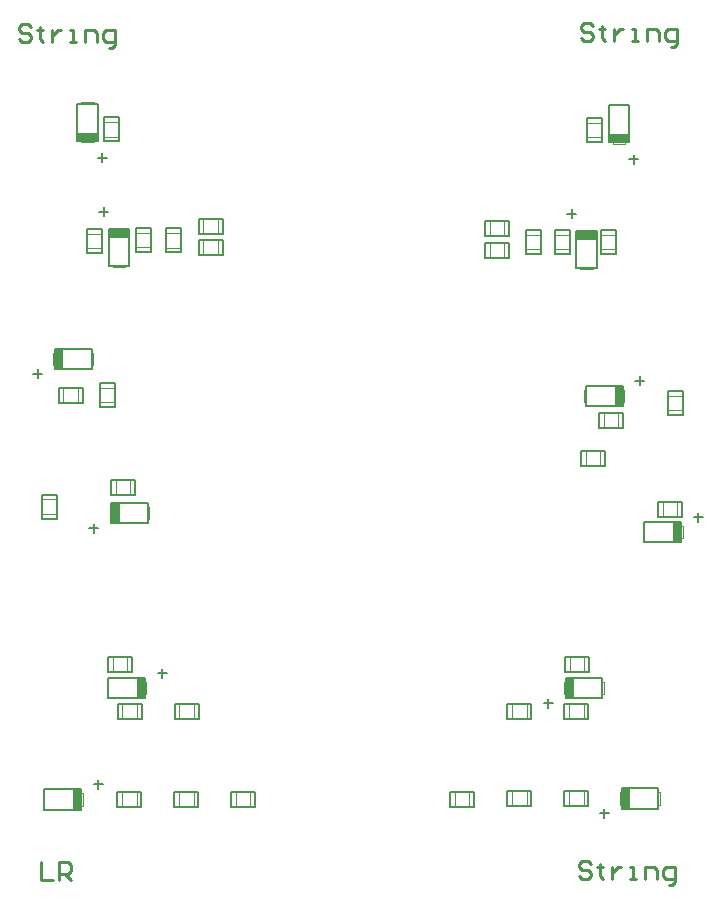
<source format=gbr>
G04 Layer_Color=32768*
%FSLAX26Y26*%
%MOIN*%
%TF.FileFunction,Mechanical*%
%TF.Part,Single*%
G01*
G75*
%TA.AperFunction,NonConductor*%
%ADD59C,0.010000*%
%ADD63C,0.006000*%
%ADD69C,0.002000*%
%ADD70C,0.004000*%
%ADD71C,0.007000*%
%ADD72R,0.068000X0.025000*%
%ADD73R,0.025000X0.068000*%
D59*
X179000Y-72019D02*
Y-132000D01*
X218987D01*
X238981D02*
Y-72019D01*
X268971D01*
X278968Y-82016D01*
Y-102010D01*
X268971Y-112007D01*
X238981D01*
X258974D02*
X278968Y-132000D01*
X2013987Y-78016D02*
X2003990Y-68019D01*
X1983997D01*
X1974000Y-78016D01*
Y-88013D01*
X1983997Y-98010D01*
X2003990D01*
X2013987Y-108007D01*
Y-118003D01*
X2003990Y-128000D01*
X1983997D01*
X1974000Y-118003D01*
X2043977Y-78016D02*
Y-88013D01*
X2033981D01*
X2053974D01*
X2043977D01*
Y-118003D01*
X2053974Y-128000D01*
X2083964Y-88013D02*
Y-128000D01*
Y-108007D01*
X2093961Y-98010D01*
X2103958Y-88013D01*
X2113955D01*
X2143945Y-128000D02*
X2163939D01*
X2153942D01*
Y-88013D01*
X2143945D01*
X2193929Y-128000D02*
Y-88013D01*
X2223919D01*
X2233916Y-98010D01*
Y-128000D01*
X2273903Y-147994D02*
X2283900D01*
X2293896Y-137997D01*
Y-88013D01*
X2263906D01*
X2253909Y-98010D01*
Y-118003D01*
X2263906Y-128000D01*
X2293896D01*
X2019987Y2714984D02*
X2009990Y2724981D01*
X1989997D01*
X1980000Y2714984D01*
Y2704987D01*
X1989997Y2694990D01*
X2009990D01*
X2019987Y2684994D01*
Y2674997D01*
X2009990Y2665000D01*
X1989997D01*
X1980000Y2674997D01*
X2049977Y2714984D02*
Y2704987D01*
X2039981D01*
X2059974D01*
X2049977D01*
Y2674997D01*
X2059974Y2665000D01*
X2089964Y2704987D02*
Y2665000D01*
Y2684994D01*
X2099961Y2694990D01*
X2109958Y2704987D01*
X2119955D01*
X2149945Y2665000D02*
X2169939D01*
X2159942D01*
Y2704987D01*
X2149945D01*
X2199929Y2665000D02*
Y2704987D01*
X2229919D01*
X2239916Y2694990D01*
Y2665000D01*
X2279903Y2645006D02*
X2289900D01*
X2299896Y2655003D01*
Y2704987D01*
X2269906D01*
X2259909Y2694990D01*
Y2674997D01*
X2269906Y2665000D01*
X2299896D01*
X145987Y2711984D02*
X135990Y2721981D01*
X115997D01*
X106000Y2711984D01*
Y2701987D01*
X115997Y2691990D01*
X135990D01*
X145987Y2681994D01*
Y2671997D01*
X135990Y2662000D01*
X115997D01*
X106000Y2671997D01*
X175977Y2711984D02*
Y2701987D01*
X165981D01*
X185974D01*
X175977D01*
Y2671997D01*
X185974Y2662000D01*
X215964Y2701987D02*
Y2662000D01*
Y2681994D01*
X225961Y2691990D01*
X235958Y2701987D01*
X245955D01*
X275945Y2662000D02*
X295938D01*
X285942D01*
Y2701987D01*
X275945D01*
X325929Y2662000D02*
Y2701987D01*
X355919D01*
X365916Y2691990D01*
Y2662000D01*
X405903Y2642006D02*
X415900D01*
X425897Y2652003D01*
Y2701987D01*
X395906D01*
X385909Y2691990D01*
Y2671997D01*
X395906Y2662000D01*
X425897D01*
D63*
X1661000Y2014999D02*
Y2064999D01*
X1741000Y2014999D02*
Y2064999D01*
X1661000D02*
X1741000D01*
X1661000Y2014999D02*
X1741000D01*
X1661001Y1993000D02*
X1741001D01*
X1661001Y1943000D02*
X1741001D01*
X1661001D02*
Y1993000D01*
X1741001Y1943000D02*
Y1993000D01*
X1895000Y1954999D02*
X1945000D01*
X1895000Y2034999D02*
X1945000D01*
X1895000Y1954999D02*
Y2034999D01*
X1945000Y1954999D02*
Y2034999D01*
X2033001Y1909000D02*
Y2031000D01*
X1965001Y1909000D02*
Y2031000D01*
X2033001D01*
X1965001Y1909000D02*
X2033001D01*
X2098017Y1954000D02*
Y2034000D01*
X2048017Y1954000D02*
Y2034000D01*
X2098017D01*
X2048017Y1954000D02*
X2098017D01*
X2000000Y2407999D02*
X2050000D01*
X2000000Y2327999D02*
X2050000D01*
Y2407999D01*
X2000000Y2327999D02*
Y2407999D01*
X2073001Y2328000D02*
Y2450000D01*
X2141001Y2328000D02*
Y2450000D01*
X2073001Y2328000D02*
X2141001D01*
X2073001Y2450000D02*
X2141001D01*
X377000Y1444000D02*
X427000D01*
X377000Y1524000D02*
X427000D01*
X377000Y1444000D02*
Y1524000D01*
X427000Y1444000D02*
Y1524000D01*
X184378Y1153000D02*
X234378D01*
X184378Y1073000D02*
X234378D01*
Y1153000D01*
X184378Y1073000D02*
Y1153000D01*
X2272000Y1419000D02*
X2322000D01*
X2272000Y1499000D02*
X2322000D01*
X2272000Y1419000D02*
Y1499000D01*
X2322000Y1419000D02*
Y1499000D01*
X2060001Y1247999D02*
Y1297999D01*
X1980001Y1247999D02*
Y1297999D01*
Y1247999D02*
X2060001D01*
X1980001Y1297999D02*
X2060001D01*
X1927000Y611000D02*
X2007000D01*
X1927000Y561000D02*
X2007000D01*
X1927000D02*
Y611000D01*
X2007000Y561000D02*
Y611000D01*
X474000Y1915000D02*
Y2037000D01*
X406000Y1915000D02*
Y2037000D01*
X474000D01*
X406000Y1915000D02*
X474000D01*
X405000Y474086D02*
X527000D01*
X405000Y542086D02*
X527000D01*
Y474086D02*
Y542086D01*
X405000Y474086D02*
Y542086D01*
X1929999Y542085D02*
X2051999D01*
X1929999Y474085D02*
X2051999D01*
X1929999D02*
Y542085D01*
X2051999Y474085D02*
Y542085D01*
X2192000Y994000D02*
X2314000D01*
X2192000Y1061999D02*
X2314000D01*
Y994000D02*
Y1061999D01*
X2192000Y994000D02*
Y1061999D01*
X301000Y2333000D02*
Y2455000D01*
X369000Y2333000D02*
Y2455000D01*
X301000Y2333000D02*
X369000D01*
X301000Y2455000D02*
X369000D01*
X227000Y1639001D02*
X349000D01*
X227000Y1571001D02*
X349000D01*
X227000D02*
Y1639001D01*
X349000Y1571001D02*
Y1639001D01*
X495490Y1960999D02*
X545490D01*
X495490Y2040999D02*
X545490D01*
X495490Y1960999D02*
Y2040999D01*
X545490Y1960999D02*
Y2040999D01*
X436000Y405000D02*
Y455000D01*
X516000Y405000D02*
Y455000D01*
X436000D02*
X516000D01*
X436000Y405000D02*
X516000D01*
X2005000Y405000D02*
Y455000D01*
X1925000Y405000D02*
Y455000D01*
Y405000D02*
X2005000D01*
X1925000Y455000D02*
X2005000D01*
X786000Y2020001D02*
Y2070001D01*
X706000Y2020001D02*
Y2070001D01*
Y2020001D02*
X786000D01*
X706000Y2070001D02*
X786000D01*
X705000Y111999D02*
Y162000D01*
X625000Y111999D02*
Y162000D01*
Y111999D02*
X705000D01*
X625000Y162000D02*
X705000D01*
X1735000Y115001D02*
Y165000D01*
X1815000Y115001D02*
Y165000D01*
X1735000D02*
X1815000D01*
X1735000Y115001D02*
X1815000D01*
X494150Y1150001D02*
Y1200001D01*
X414150Y1150001D02*
Y1200001D01*
Y1150001D02*
X494150D01*
X414150Y1200001D02*
X494150D01*
X2005000Y114999D02*
Y165000D01*
X1925000Y114999D02*
Y165000D01*
Y114999D02*
X2005000D01*
X1925000Y165000D02*
X2005000D01*
X435000Y112001D02*
Y162000D01*
X515000Y112001D02*
Y162000D01*
X435000D02*
X515000D01*
X435000Y112001D02*
X515000D01*
X1544000Y162001D02*
X1623999D01*
X1544000Y112000D02*
X1623999D01*
X1544000D02*
Y162001D01*
X1623999Y112000D02*
Y162001D01*
X814000Y111000D02*
X894000D01*
X814000Y161000D02*
X894000D01*
Y111000D02*
Y161000D01*
X814000Y111000D02*
Y161000D01*
X706000Y1950001D02*
X786000D01*
X706000Y2000001D02*
X786000D01*
Y1950001D02*
Y2000001D01*
X706000Y1950001D02*
Y2000001D01*
X1795999Y1954921D02*
X1845999D01*
X1795999Y2034921D02*
X1845999D01*
X1795999Y1954921D02*
Y2034921D01*
X1845999Y1954921D02*
Y2034921D01*
X1735000Y405000D02*
Y455000D01*
X1815000Y405000D02*
Y455000D01*
X1735000D02*
X1815000D01*
X1735000Y405000D02*
X1815000D01*
X595490Y1960000D02*
X645490D01*
X595490Y2040000D02*
X645490D01*
X595490Y1960000D02*
Y2040000D01*
X645490Y1960000D02*
Y2040000D01*
X705500Y405000D02*
Y455000D01*
X625500Y405000D02*
Y455000D01*
Y405000D02*
X705500D01*
X625500Y455000D02*
X705500D01*
X392000Y2329999D02*
Y2409999D01*
X442000Y2329999D02*
Y2409999D01*
X392000Y2329999D02*
X442000D01*
X392000Y2409999D02*
X442000D01*
X239000Y1509000D02*
X319000D01*
X239000Y1459000D02*
X319000D01*
X239000D02*
Y1509000D01*
X319000Y1459000D02*
Y1509000D01*
X2237000Y1077000D02*
X2317000D01*
X2237000Y1127000D02*
X2317000D01*
Y1077000D02*
Y1127000D01*
X2237000Y1077000D02*
Y1127000D01*
X2040000Y1376000D02*
X2120000D01*
X2040000Y1426000D02*
X2120000D01*
Y1376000D02*
Y1426000D01*
X2040000Y1376000D02*
Y1426000D01*
X536000Y1057000D02*
Y1125000D01*
X414000Y1057000D02*
Y1125000D01*
Y1057000D02*
X536000D01*
X414000Y1125000D02*
X536000D01*
X1997000Y1448000D02*
Y1516000D01*
X2119000Y1448000D02*
Y1516000D01*
X1997000D02*
X2119000D01*
X1997000Y1448000D02*
X2119000D01*
X192000Y103000D02*
Y171000D01*
X314000Y103000D02*
Y171000D01*
X192000D02*
X314000D01*
X192000Y103000D02*
X314000D01*
X2237999Y106000D02*
Y174000D01*
X2115999Y106000D02*
Y174000D01*
Y106000D02*
X2237999D01*
X2115999Y174000D02*
X2237999D01*
X404000Y561000D02*
X484000D01*
X404000Y611000D02*
X484000D01*
Y561000D02*
Y611000D01*
X404000Y561000D02*
Y611000D01*
X384000Y1959000D02*
Y2039000D01*
X334000Y1959000D02*
Y2039000D01*
X384000D01*
X334000Y1959000D02*
X384000D01*
D69*
X1677000Y2014999D02*
Y2064999D01*
X1725000Y2014999D02*
Y2064999D01*
X1677000Y1993000D02*
X1677001Y1943000D01*
X1725001D02*
Y1993000D01*
X1895000Y1970999D02*
X1945000D01*
X1895000Y2018999D02*
X1945000D01*
X2048017Y2018000D02*
X2098017D01*
X2048017Y1970000D02*
X2098017D01*
X2000000Y2391999D02*
X2050000D01*
X2000000Y2343999D02*
X2050000D01*
X377000Y1460000D02*
X427000D01*
X377000Y1508000D02*
X427000D01*
X184378Y1137000D02*
X234378D01*
X184378Y1089000D02*
X234378D01*
X2272000Y1435000D02*
X2322000D01*
X2272000Y1483000D02*
X2322000D01*
X2044001Y1247999D02*
Y1297999D01*
X1996001Y1247999D02*
Y1297999D01*
X1943000Y561000D02*
Y611000D01*
X1991000Y561000D02*
Y611000D01*
X495490Y1976999D02*
X545490D01*
X495490Y2024999D02*
X545490D01*
X452000Y405000D02*
Y455000D01*
X500000Y405000D02*
Y455000D01*
X1989000Y405000D02*
Y455000D01*
X1941000Y405000D02*
Y455000D01*
X770000Y2020001D02*
Y2070001D01*
X722000Y2020001D02*
Y2070001D01*
X689000Y111999D02*
Y162000D01*
X641000Y111999D02*
Y162000D01*
X1751000Y115001D02*
Y165000D01*
X1799000Y115001D02*
Y165000D01*
X478150Y1150001D02*
Y1200001D01*
X430150Y1150001D02*
Y1200001D01*
X1989000Y114999D02*
Y165000D01*
X1941000Y114999D02*
Y165000D01*
X451000Y112001D02*
Y162000D01*
X499000Y112001D02*
Y162000D01*
X1560000Y112000D02*
Y162001D01*
X1607999Y112000D02*
Y162001D01*
X878000Y111000D02*
Y161000D01*
X830000Y111000D02*
Y161000D01*
X770000Y1950001D02*
Y2000001D01*
X722000Y1950001D02*
Y2000001D01*
X1795999Y1970921D02*
X1845999D01*
X1795999Y2018921D02*
X1845999D01*
X1751000Y405000D02*
Y455000D01*
X1799000Y405000D02*
Y455000D01*
X595490Y1976000D02*
X645490D01*
X595490Y2024000D02*
X645490D01*
X689500Y405000D02*
Y455000D01*
X641500Y405000D02*
Y455000D01*
X392000Y2345999D02*
X442000D01*
X392000Y2393999D02*
X442000D01*
X255000Y1459000D02*
Y1509000D01*
X303000Y1459000D02*
Y1509000D01*
X2301000Y1077000D02*
Y1127000D01*
X2253000Y1077000D02*
Y1127000D01*
X2104000Y1376000D02*
Y1426000D01*
X2056000Y1376000D02*
Y1426000D01*
X468000Y561000D02*
Y611000D01*
X420000Y561000D02*
Y611000D01*
X334000Y2023000D02*
X384000D01*
X334000Y1975000D02*
X384000D01*
D70*
X1978001Y1904000D02*
Y1909000D01*
X2020001Y1904000D02*
Y1909000D01*
X1978001Y2031000D02*
Y2036000D01*
X2020001Y2031000D02*
Y2036000D01*
X1978001Y1904000D02*
X2020001D01*
X1978001Y2036000D02*
X2020001D01*
X1965001Y2006000D02*
X2033001D01*
X2128001Y2450000D02*
Y2455000D01*
X2086001Y2450000D02*
Y2455000D01*
X2128001Y2323000D02*
Y2328000D01*
X2086001Y2323000D02*
Y2328000D01*
Y2455000D02*
X2128001D01*
X2086001Y2323000D02*
X2128001D01*
X2073001Y2353000D02*
X2141001D01*
X419000Y1910000D02*
Y1915000D01*
X461000Y1910000D02*
Y1915000D01*
X419000Y2037000D02*
Y2042000D01*
X461000Y2037000D02*
Y2042000D01*
X419000Y1910000D02*
X461000D01*
X419000Y2042000D02*
X461000D01*
X406000Y2012000D02*
X474000D01*
X400000Y529086D02*
X405000D01*
X400000Y487086D02*
X405000D01*
X527000Y529086D02*
X532000D01*
X527000Y487086D02*
X532000D01*
X400000D02*
Y529086D01*
X532000Y487086D02*
Y529086D01*
X502000Y474086D02*
Y542086D01*
X2051999Y487085D02*
X2056999D01*
X2051999Y529085D02*
X2056999D01*
X1924999Y487085D02*
X1929999D01*
X1924999Y529085D02*
X1929999D01*
X2056999Y487085D02*
Y529085D01*
X1924999Y487085D02*
Y529085D01*
X1954999Y474085D02*
Y542085D01*
X2187000Y1048999D02*
X2192000D01*
X2187000Y1007000D02*
X2192000D01*
X2314000Y1048999D02*
X2319000D01*
X2314000Y1007000D02*
X2319000D01*
X2187000D02*
Y1048999D01*
X2319000Y1007000D02*
Y1048999D01*
X2289000Y994000D02*
Y1061999D01*
X356000Y2455000D02*
Y2460000D01*
X314000Y2455000D02*
Y2460000D01*
X356000Y2328000D02*
Y2333000D01*
X314000Y2328000D02*
Y2333000D01*
Y2460000D02*
X356000D01*
X314000Y2328000D02*
X356000D01*
X301000Y2358000D02*
X369000D01*
X349000Y1584001D02*
X354000D01*
X349000Y1626001D02*
X354000D01*
X222000Y1584001D02*
X227000D01*
X222000Y1626001D02*
X227000D01*
X354000Y1584001D02*
Y1626001D01*
X222000Y1584001D02*
Y1626001D01*
X252000Y1571001D02*
Y1639001D01*
X439000Y1057000D02*
Y1125000D01*
X409000Y1070000D02*
Y1112000D01*
X541000Y1070000D02*
Y1112000D01*
X409000D02*
X414000D01*
X409000Y1070000D02*
X414000D01*
X536000Y1112000D02*
X541000D01*
X536000Y1070000D02*
X541000D01*
X2094000Y1448000D02*
Y1516000D01*
X2124000Y1461000D02*
Y1503000D01*
X1992000Y1461000D02*
Y1503000D01*
X2119000Y1461000D02*
X2124000D01*
X2119000Y1503000D02*
X2124000D01*
X1992000Y1461000D02*
X1997000D01*
X1992000Y1503000D02*
X1997000D01*
X289000Y103000D02*
Y171000D01*
X319000Y116000D02*
Y158000D01*
X187000Y116000D02*
Y158000D01*
X314000Y116000D02*
X319000D01*
X314000Y158000D02*
X319000D01*
X187000Y116000D02*
X192000D01*
X187000Y158000D02*
X192000D01*
X2140999Y106000D02*
Y174000D01*
X2110999Y119000D02*
Y161000D01*
X2242999Y119000D02*
Y161000D01*
X2110999D02*
X2115999D01*
X2110999Y119000D02*
X2115999D01*
X2237999Y161000D02*
X2242999D01*
X2237999Y119000D02*
X2242999D01*
D71*
X1949001Y2074000D02*
Y2104000D01*
X1934001Y2089000D02*
X1964001D01*
X2157001Y2255000D02*
Y2285000D01*
X2142001Y2270000D02*
X2172001D01*
X390000Y2080000D02*
Y2110000D01*
X375000Y2095000D02*
X405000D01*
X570000Y558086D02*
X600000D01*
X585000Y543086D02*
Y573086D01*
X1856999Y458085D02*
X1886999D01*
X1871999Y443085D02*
Y473085D01*
X2357000Y1077999D02*
X2387000D01*
X2372000Y1062999D02*
Y1092999D01*
X370000Y2275000D02*
X400000D01*
X385000Y2260000D02*
Y2290000D01*
X154000Y1555001D02*
X184000D01*
X169000Y1540001D02*
Y1570001D01*
X356000Y1026000D02*
Y1056000D01*
X341000Y1041000D02*
X371000D01*
X2177000Y1517000D02*
Y1547000D01*
X2162000Y1532000D02*
X2192000D01*
X372000Y172000D02*
Y202000D01*
X357000Y187000D02*
X387000D01*
X2057999Y75000D02*
Y105000D01*
X2042999Y90000D02*
X2072999D01*
D72*
X1998963Y2018380D02*
D03*
X2107016Y2340534D02*
D03*
X439910Y2024474D02*
D03*
X335007Y2345558D02*
D03*
D73*
X514423Y508115D02*
D03*
X1942642Y507966D02*
D03*
X2301117Y1027980D02*
D03*
X239591Y1604989D02*
D03*
X426621Y1090996D02*
D03*
X2106379Y1482005D02*
D03*
X301379Y137005D02*
D03*
X2128628Y140009D02*
D03*
%TF.MD5,536C2C864710C8F7A4DC2F5FCE6A62AD*%
M02*

</source>
